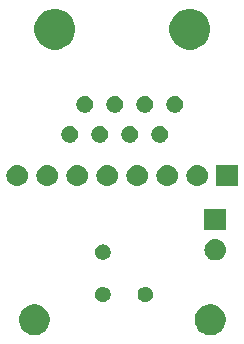
<source format=gbr>
G04 #@! TF.GenerationSoftware,KiCad,Pcbnew,(5.1.4)-1*
G04 #@! TF.CreationDate,2022-11-30T15:04:29+00:00*
G04 #@! TF.ProjectId,PIR_Board,5049525f-426f-4617-9264-2e6b69636164,rev?*
G04 #@! TF.SameCoordinates,Original*
G04 #@! TF.FileFunction,Soldermask,Top*
G04 #@! TF.FilePolarity,Negative*
%FSLAX46Y46*%
G04 Gerber Fmt 4.6, Leading zero omitted, Abs format (unit mm)*
G04 Created by KiCad (PCBNEW (5.1.4)-1) date 2022-11-30 15:04:29*
%MOMM*%
%LPD*%
G04 APERTURE LIST*
%ADD10C,0.100000*%
G04 APERTURE END LIST*
D10*
G36*
X65339987Y-85903996D02*
G01*
X65576753Y-86002068D01*
X65576755Y-86002069D01*
X65777118Y-86135947D01*
X65789839Y-86144447D01*
X65971053Y-86325661D01*
X66113432Y-86538747D01*
X66211504Y-86775513D01*
X66261500Y-87026861D01*
X66261500Y-87283139D01*
X66211504Y-87534487D01*
X66116953Y-87762753D01*
X66113431Y-87771255D01*
X65971053Y-87984339D01*
X65789839Y-88165553D01*
X65576755Y-88307931D01*
X65576754Y-88307932D01*
X65576753Y-88307932D01*
X65339987Y-88406004D01*
X65088639Y-88456000D01*
X64832361Y-88456000D01*
X64581013Y-88406004D01*
X64344247Y-88307932D01*
X64344246Y-88307932D01*
X64344245Y-88307931D01*
X64131161Y-88165553D01*
X63949947Y-87984339D01*
X63807569Y-87771255D01*
X63804047Y-87762753D01*
X63709496Y-87534487D01*
X63659500Y-87283139D01*
X63659500Y-87026861D01*
X63709496Y-86775513D01*
X63807568Y-86538747D01*
X63949947Y-86325661D01*
X64131161Y-86144447D01*
X64143882Y-86135947D01*
X64344245Y-86002069D01*
X64344247Y-86002068D01*
X64581013Y-85903996D01*
X64832361Y-85854000D01*
X65088639Y-85854000D01*
X65339987Y-85903996D01*
X65339987Y-85903996D01*
G37*
G36*
X80228987Y-85895496D02*
G01*
X80465753Y-85993568D01*
X80465755Y-85993569D01*
X80678839Y-86135947D01*
X80860053Y-86317161D01*
X80865733Y-86325661D01*
X81002432Y-86530247D01*
X81100504Y-86767013D01*
X81150500Y-87018361D01*
X81150500Y-87274639D01*
X81100504Y-87525987D01*
X81002432Y-87762753D01*
X81002431Y-87762755D01*
X80860053Y-87975839D01*
X80678839Y-88157053D01*
X80465755Y-88299431D01*
X80465754Y-88299432D01*
X80465753Y-88299432D01*
X80228987Y-88397504D01*
X79977639Y-88447500D01*
X79721361Y-88447500D01*
X79470013Y-88397504D01*
X79233247Y-88299432D01*
X79233246Y-88299432D01*
X79233245Y-88299431D01*
X79020161Y-88157053D01*
X78838947Y-87975839D01*
X78696569Y-87762755D01*
X78696568Y-87762753D01*
X78598496Y-87525987D01*
X78548500Y-87274639D01*
X78548500Y-87018361D01*
X78598496Y-86767013D01*
X78696568Y-86530247D01*
X78833268Y-86325661D01*
X78838947Y-86317161D01*
X79020161Y-86135947D01*
X79233245Y-85993569D01*
X79233247Y-85993568D01*
X79470013Y-85895496D01*
X79721361Y-85845500D01*
X79977639Y-85845500D01*
X80228987Y-85895496D01*
X80228987Y-85895496D01*
G37*
G36*
X74538890Y-84373017D02*
G01*
X74657364Y-84422091D01*
X74763988Y-84493335D01*
X74854665Y-84584012D01*
X74925909Y-84690636D01*
X74974983Y-84809110D01*
X75000000Y-84934882D01*
X75000000Y-85063118D01*
X74974983Y-85188890D01*
X74925909Y-85307364D01*
X74854665Y-85413988D01*
X74763988Y-85504665D01*
X74657364Y-85575909D01*
X74657363Y-85575910D01*
X74657362Y-85575910D01*
X74538890Y-85624983D01*
X74413119Y-85650000D01*
X74284881Y-85650000D01*
X74159110Y-85624983D01*
X74040638Y-85575910D01*
X74040637Y-85575910D01*
X74040636Y-85575909D01*
X73934012Y-85504665D01*
X73843335Y-85413988D01*
X73772091Y-85307364D01*
X73723017Y-85188890D01*
X73698000Y-85063118D01*
X73698000Y-84934882D01*
X73723017Y-84809110D01*
X73772091Y-84690636D01*
X73843335Y-84584012D01*
X73934012Y-84493335D01*
X74040636Y-84422091D01*
X74159110Y-84373017D01*
X74284881Y-84348000D01*
X74413119Y-84348000D01*
X74538890Y-84373017D01*
X74538890Y-84373017D01*
G37*
G36*
X70946890Y-84373017D02*
G01*
X71065364Y-84422091D01*
X71171988Y-84493335D01*
X71262665Y-84584012D01*
X71333909Y-84690636D01*
X71382983Y-84809110D01*
X71408000Y-84934882D01*
X71408000Y-85063118D01*
X71382983Y-85188890D01*
X71333909Y-85307364D01*
X71262665Y-85413988D01*
X71171988Y-85504665D01*
X71065364Y-85575909D01*
X71065363Y-85575910D01*
X71065362Y-85575910D01*
X70946890Y-85624983D01*
X70821119Y-85650000D01*
X70692881Y-85650000D01*
X70567110Y-85624983D01*
X70448638Y-85575910D01*
X70448637Y-85575910D01*
X70448636Y-85575909D01*
X70342012Y-85504665D01*
X70251335Y-85413988D01*
X70180091Y-85307364D01*
X70131017Y-85188890D01*
X70106000Y-85063118D01*
X70106000Y-84934882D01*
X70131017Y-84809110D01*
X70180091Y-84690636D01*
X70251335Y-84584012D01*
X70342012Y-84493335D01*
X70448636Y-84422091D01*
X70567110Y-84373017D01*
X70692881Y-84348000D01*
X70821119Y-84348000D01*
X70946890Y-84373017D01*
X70946890Y-84373017D01*
G37*
G36*
X80374442Y-80322018D02*
G01*
X80440627Y-80328537D01*
X80610466Y-80380057D01*
X80766991Y-80463722D01*
X80802729Y-80493052D01*
X80904186Y-80576314D01*
X80987448Y-80677771D01*
X81016778Y-80713509D01*
X81100443Y-80870034D01*
X81151963Y-81039873D01*
X81169359Y-81216500D01*
X81151963Y-81393127D01*
X81100443Y-81562966D01*
X81016778Y-81719491D01*
X80987448Y-81755229D01*
X80904186Y-81856686D01*
X80835974Y-81912665D01*
X80766991Y-81969278D01*
X80610466Y-82052943D01*
X80440627Y-82104463D01*
X80374442Y-82110982D01*
X80308260Y-82117500D01*
X80219740Y-82117500D01*
X80153558Y-82110982D01*
X80087373Y-82104463D01*
X79917534Y-82052943D01*
X79761009Y-81969278D01*
X79692026Y-81912665D01*
X79623814Y-81856686D01*
X79540552Y-81755229D01*
X79511222Y-81719491D01*
X79427557Y-81562966D01*
X79376037Y-81393127D01*
X79358641Y-81216500D01*
X79376037Y-81039873D01*
X79427557Y-80870034D01*
X79511222Y-80713509D01*
X79540552Y-80677771D01*
X79623814Y-80576314D01*
X79725271Y-80493052D01*
X79761009Y-80463722D01*
X79917534Y-80380057D01*
X80087373Y-80328537D01*
X80153558Y-80322018D01*
X80219740Y-80315500D01*
X80308260Y-80315500D01*
X80374442Y-80322018D01*
X80374442Y-80322018D01*
G37*
G36*
X70946890Y-80781017D02*
G01*
X71065364Y-80830091D01*
X71171988Y-80901335D01*
X71262665Y-80992012D01*
X71333909Y-81098636D01*
X71382983Y-81217110D01*
X71408000Y-81342882D01*
X71408000Y-81471118D01*
X71382983Y-81596890D01*
X71333909Y-81715364D01*
X71262665Y-81821988D01*
X71171988Y-81912665D01*
X71065364Y-81983909D01*
X71065363Y-81983910D01*
X71065362Y-81983910D01*
X70946890Y-82032983D01*
X70821119Y-82058000D01*
X70692881Y-82058000D01*
X70567110Y-82032983D01*
X70448638Y-81983910D01*
X70448637Y-81983910D01*
X70448636Y-81983909D01*
X70342012Y-81912665D01*
X70251335Y-81821988D01*
X70180091Y-81715364D01*
X70131017Y-81596890D01*
X70106000Y-81471118D01*
X70106000Y-81342882D01*
X70131017Y-81217110D01*
X70180091Y-81098636D01*
X70251335Y-80992012D01*
X70342012Y-80901335D01*
X70448636Y-80830091D01*
X70567110Y-80781017D01*
X70692881Y-80756000D01*
X70821119Y-80756000D01*
X70946890Y-80781017D01*
X70946890Y-80781017D01*
G37*
G36*
X81165000Y-79577500D02*
G01*
X79363000Y-79577500D01*
X79363000Y-77775500D01*
X81165000Y-77775500D01*
X81165000Y-79577500D01*
X81165000Y-79577500D01*
G37*
G36*
X76310442Y-74035518D02*
G01*
X76376627Y-74042037D01*
X76546466Y-74093557D01*
X76702991Y-74177222D01*
X76738729Y-74206552D01*
X76840186Y-74289814D01*
X76923448Y-74391271D01*
X76952778Y-74427009D01*
X77036443Y-74583534D01*
X77087963Y-74753373D01*
X77105359Y-74930000D01*
X77087963Y-75106627D01*
X77036443Y-75276466D01*
X76952778Y-75432991D01*
X76923448Y-75468729D01*
X76840186Y-75570186D01*
X76738729Y-75653448D01*
X76702991Y-75682778D01*
X76546466Y-75766443D01*
X76376627Y-75817963D01*
X76310442Y-75824482D01*
X76244260Y-75831000D01*
X76155740Y-75831000D01*
X76089558Y-75824482D01*
X76023373Y-75817963D01*
X75853534Y-75766443D01*
X75697009Y-75682778D01*
X75661271Y-75653448D01*
X75559814Y-75570186D01*
X75476552Y-75468729D01*
X75447222Y-75432991D01*
X75363557Y-75276466D01*
X75312037Y-75106627D01*
X75294641Y-74930000D01*
X75312037Y-74753373D01*
X75363557Y-74583534D01*
X75447222Y-74427009D01*
X75476552Y-74391271D01*
X75559814Y-74289814D01*
X75661271Y-74206552D01*
X75697009Y-74177222D01*
X75853534Y-74093557D01*
X76023373Y-74042037D01*
X76089558Y-74035518D01*
X76155740Y-74029000D01*
X76244260Y-74029000D01*
X76310442Y-74035518D01*
X76310442Y-74035518D01*
G37*
G36*
X82181000Y-75831000D02*
G01*
X80379000Y-75831000D01*
X80379000Y-74029000D01*
X82181000Y-74029000D01*
X82181000Y-75831000D01*
X82181000Y-75831000D01*
G37*
G36*
X78850442Y-74035518D02*
G01*
X78916627Y-74042037D01*
X79086466Y-74093557D01*
X79242991Y-74177222D01*
X79278729Y-74206552D01*
X79380186Y-74289814D01*
X79463448Y-74391271D01*
X79492778Y-74427009D01*
X79576443Y-74583534D01*
X79627963Y-74753373D01*
X79645359Y-74930000D01*
X79627963Y-75106627D01*
X79576443Y-75276466D01*
X79492778Y-75432991D01*
X79463448Y-75468729D01*
X79380186Y-75570186D01*
X79278729Y-75653448D01*
X79242991Y-75682778D01*
X79086466Y-75766443D01*
X78916627Y-75817963D01*
X78850442Y-75824482D01*
X78784260Y-75831000D01*
X78695740Y-75831000D01*
X78629558Y-75824482D01*
X78563373Y-75817963D01*
X78393534Y-75766443D01*
X78237009Y-75682778D01*
X78201271Y-75653448D01*
X78099814Y-75570186D01*
X78016552Y-75468729D01*
X77987222Y-75432991D01*
X77903557Y-75276466D01*
X77852037Y-75106627D01*
X77834641Y-74930000D01*
X77852037Y-74753373D01*
X77903557Y-74583534D01*
X77987222Y-74427009D01*
X78016552Y-74391271D01*
X78099814Y-74289814D01*
X78201271Y-74206552D01*
X78237009Y-74177222D01*
X78393534Y-74093557D01*
X78563373Y-74042037D01*
X78629558Y-74035518D01*
X78695740Y-74029000D01*
X78784260Y-74029000D01*
X78850442Y-74035518D01*
X78850442Y-74035518D01*
G37*
G36*
X63610442Y-74035518D02*
G01*
X63676627Y-74042037D01*
X63846466Y-74093557D01*
X64002991Y-74177222D01*
X64038729Y-74206552D01*
X64140186Y-74289814D01*
X64223448Y-74391271D01*
X64252778Y-74427009D01*
X64336443Y-74583534D01*
X64387963Y-74753373D01*
X64405359Y-74930000D01*
X64387963Y-75106627D01*
X64336443Y-75276466D01*
X64252778Y-75432991D01*
X64223448Y-75468729D01*
X64140186Y-75570186D01*
X64038729Y-75653448D01*
X64002991Y-75682778D01*
X63846466Y-75766443D01*
X63676627Y-75817963D01*
X63610442Y-75824482D01*
X63544260Y-75831000D01*
X63455740Y-75831000D01*
X63389558Y-75824482D01*
X63323373Y-75817963D01*
X63153534Y-75766443D01*
X62997009Y-75682778D01*
X62961271Y-75653448D01*
X62859814Y-75570186D01*
X62776552Y-75468729D01*
X62747222Y-75432991D01*
X62663557Y-75276466D01*
X62612037Y-75106627D01*
X62594641Y-74930000D01*
X62612037Y-74753373D01*
X62663557Y-74583534D01*
X62747222Y-74427009D01*
X62776552Y-74391271D01*
X62859814Y-74289814D01*
X62961271Y-74206552D01*
X62997009Y-74177222D01*
X63153534Y-74093557D01*
X63323373Y-74042037D01*
X63389558Y-74035518D01*
X63455740Y-74029000D01*
X63544260Y-74029000D01*
X63610442Y-74035518D01*
X63610442Y-74035518D01*
G37*
G36*
X66150442Y-74035518D02*
G01*
X66216627Y-74042037D01*
X66386466Y-74093557D01*
X66542991Y-74177222D01*
X66578729Y-74206552D01*
X66680186Y-74289814D01*
X66763448Y-74391271D01*
X66792778Y-74427009D01*
X66876443Y-74583534D01*
X66927963Y-74753373D01*
X66945359Y-74930000D01*
X66927963Y-75106627D01*
X66876443Y-75276466D01*
X66792778Y-75432991D01*
X66763448Y-75468729D01*
X66680186Y-75570186D01*
X66578729Y-75653448D01*
X66542991Y-75682778D01*
X66386466Y-75766443D01*
X66216627Y-75817963D01*
X66150442Y-75824482D01*
X66084260Y-75831000D01*
X65995740Y-75831000D01*
X65929558Y-75824482D01*
X65863373Y-75817963D01*
X65693534Y-75766443D01*
X65537009Y-75682778D01*
X65501271Y-75653448D01*
X65399814Y-75570186D01*
X65316552Y-75468729D01*
X65287222Y-75432991D01*
X65203557Y-75276466D01*
X65152037Y-75106627D01*
X65134641Y-74930000D01*
X65152037Y-74753373D01*
X65203557Y-74583534D01*
X65287222Y-74427009D01*
X65316552Y-74391271D01*
X65399814Y-74289814D01*
X65501271Y-74206552D01*
X65537009Y-74177222D01*
X65693534Y-74093557D01*
X65863373Y-74042037D01*
X65929558Y-74035518D01*
X65995740Y-74029000D01*
X66084260Y-74029000D01*
X66150442Y-74035518D01*
X66150442Y-74035518D01*
G37*
G36*
X68690442Y-74035518D02*
G01*
X68756627Y-74042037D01*
X68926466Y-74093557D01*
X69082991Y-74177222D01*
X69118729Y-74206552D01*
X69220186Y-74289814D01*
X69303448Y-74391271D01*
X69332778Y-74427009D01*
X69416443Y-74583534D01*
X69467963Y-74753373D01*
X69485359Y-74930000D01*
X69467963Y-75106627D01*
X69416443Y-75276466D01*
X69332778Y-75432991D01*
X69303448Y-75468729D01*
X69220186Y-75570186D01*
X69118729Y-75653448D01*
X69082991Y-75682778D01*
X68926466Y-75766443D01*
X68756627Y-75817963D01*
X68690442Y-75824482D01*
X68624260Y-75831000D01*
X68535740Y-75831000D01*
X68469558Y-75824482D01*
X68403373Y-75817963D01*
X68233534Y-75766443D01*
X68077009Y-75682778D01*
X68041271Y-75653448D01*
X67939814Y-75570186D01*
X67856552Y-75468729D01*
X67827222Y-75432991D01*
X67743557Y-75276466D01*
X67692037Y-75106627D01*
X67674641Y-74930000D01*
X67692037Y-74753373D01*
X67743557Y-74583534D01*
X67827222Y-74427009D01*
X67856552Y-74391271D01*
X67939814Y-74289814D01*
X68041271Y-74206552D01*
X68077009Y-74177222D01*
X68233534Y-74093557D01*
X68403373Y-74042037D01*
X68469558Y-74035518D01*
X68535740Y-74029000D01*
X68624260Y-74029000D01*
X68690442Y-74035518D01*
X68690442Y-74035518D01*
G37*
G36*
X71230442Y-74035518D02*
G01*
X71296627Y-74042037D01*
X71466466Y-74093557D01*
X71622991Y-74177222D01*
X71658729Y-74206552D01*
X71760186Y-74289814D01*
X71843448Y-74391271D01*
X71872778Y-74427009D01*
X71956443Y-74583534D01*
X72007963Y-74753373D01*
X72025359Y-74930000D01*
X72007963Y-75106627D01*
X71956443Y-75276466D01*
X71872778Y-75432991D01*
X71843448Y-75468729D01*
X71760186Y-75570186D01*
X71658729Y-75653448D01*
X71622991Y-75682778D01*
X71466466Y-75766443D01*
X71296627Y-75817963D01*
X71230442Y-75824482D01*
X71164260Y-75831000D01*
X71075740Y-75831000D01*
X71009558Y-75824482D01*
X70943373Y-75817963D01*
X70773534Y-75766443D01*
X70617009Y-75682778D01*
X70581271Y-75653448D01*
X70479814Y-75570186D01*
X70396552Y-75468729D01*
X70367222Y-75432991D01*
X70283557Y-75276466D01*
X70232037Y-75106627D01*
X70214641Y-74930000D01*
X70232037Y-74753373D01*
X70283557Y-74583534D01*
X70367222Y-74427009D01*
X70396552Y-74391271D01*
X70479814Y-74289814D01*
X70581271Y-74206552D01*
X70617009Y-74177222D01*
X70773534Y-74093557D01*
X70943373Y-74042037D01*
X71009558Y-74035518D01*
X71075740Y-74029000D01*
X71164260Y-74029000D01*
X71230442Y-74035518D01*
X71230442Y-74035518D01*
G37*
G36*
X73770442Y-74035518D02*
G01*
X73836627Y-74042037D01*
X74006466Y-74093557D01*
X74162991Y-74177222D01*
X74198729Y-74206552D01*
X74300186Y-74289814D01*
X74383448Y-74391271D01*
X74412778Y-74427009D01*
X74496443Y-74583534D01*
X74547963Y-74753373D01*
X74565359Y-74930000D01*
X74547963Y-75106627D01*
X74496443Y-75276466D01*
X74412778Y-75432991D01*
X74383448Y-75468729D01*
X74300186Y-75570186D01*
X74198729Y-75653448D01*
X74162991Y-75682778D01*
X74006466Y-75766443D01*
X73836627Y-75817963D01*
X73770442Y-75824482D01*
X73704260Y-75831000D01*
X73615740Y-75831000D01*
X73549558Y-75824482D01*
X73483373Y-75817963D01*
X73313534Y-75766443D01*
X73157009Y-75682778D01*
X73121271Y-75653448D01*
X73019814Y-75570186D01*
X72936552Y-75468729D01*
X72907222Y-75432991D01*
X72823557Y-75276466D01*
X72772037Y-75106627D01*
X72754641Y-74930000D01*
X72772037Y-74753373D01*
X72823557Y-74583534D01*
X72907222Y-74427009D01*
X72936552Y-74391271D01*
X73019814Y-74289814D01*
X73121271Y-74206552D01*
X73157009Y-74177222D01*
X73313534Y-74093557D01*
X73483373Y-74042037D01*
X73549558Y-74035518D01*
X73615740Y-74029000D01*
X73704260Y-74029000D01*
X73770442Y-74035518D01*
X73770442Y-74035518D01*
G37*
G36*
X75784911Y-70761996D02*
G01*
X75912760Y-70814953D01*
X76027815Y-70891830D01*
X76125670Y-70989685D01*
X76202547Y-71104740D01*
X76255504Y-71232589D01*
X76282500Y-71368308D01*
X76282500Y-71506692D01*
X76255504Y-71642411D01*
X76202547Y-71770260D01*
X76125670Y-71885315D01*
X76027815Y-71983170D01*
X75912760Y-72060047D01*
X75784911Y-72113004D01*
X75649192Y-72140000D01*
X75510808Y-72140000D01*
X75375089Y-72113004D01*
X75247240Y-72060047D01*
X75132185Y-71983170D01*
X75034330Y-71885315D01*
X74957453Y-71770260D01*
X74904496Y-71642411D01*
X74877500Y-71506692D01*
X74877500Y-71368308D01*
X74904496Y-71232589D01*
X74957453Y-71104740D01*
X75034330Y-70989685D01*
X75132185Y-70891830D01*
X75247240Y-70814953D01*
X75375089Y-70761996D01*
X75510808Y-70735000D01*
X75649192Y-70735000D01*
X75784911Y-70761996D01*
X75784911Y-70761996D01*
G37*
G36*
X73244911Y-70761996D02*
G01*
X73372760Y-70814953D01*
X73487815Y-70891830D01*
X73585670Y-70989685D01*
X73662547Y-71104740D01*
X73715504Y-71232589D01*
X73742500Y-71368308D01*
X73742500Y-71506692D01*
X73715504Y-71642411D01*
X73662547Y-71770260D01*
X73585670Y-71885315D01*
X73487815Y-71983170D01*
X73372760Y-72060047D01*
X73244911Y-72113004D01*
X73109192Y-72140000D01*
X72970808Y-72140000D01*
X72835089Y-72113004D01*
X72707240Y-72060047D01*
X72592185Y-71983170D01*
X72494330Y-71885315D01*
X72417453Y-71770260D01*
X72364496Y-71642411D01*
X72337500Y-71506692D01*
X72337500Y-71368308D01*
X72364496Y-71232589D01*
X72417453Y-71104740D01*
X72494330Y-70989685D01*
X72592185Y-70891830D01*
X72707240Y-70814953D01*
X72835089Y-70761996D01*
X72970808Y-70735000D01*
X73109192Y-70735000D01*
X73244911Y-70761996D01*
X73244911Y-70761996D01*
G37*
G36*
X70704911Y-70761996D02*
G01*
X70832760Y-70814953D01*
X70947815Y-70891830D01*
X71045670Y-70989685D01*
X71122547Y-71104740D01*
X71175504Y-71232589D01*
X71202500Y-71368308D01*
X71202500Y-71506692D01*
X71175504Y-71642411D01*
X71122547Y-71770260D01*
X71045670Y-71885315D01*
X70947815Y-71983170D01*
X70832760Y-72060047D01*
X70704911Y-72113004D01*
X70569192Y-72140000D01*
X70430808Y-72140000D01*
X70295089Y-72113004D01*
X70167240Y-72060047D01*
X70052185Y-71983170D01*
X69954330Y-71885315D01*
X69877453Y-71770260D01*
X69824496Y-71642411D01*
X69797500Y-71506692D01*
X69797500Y-71368308D01*
X69824496Y-71232589D01*
X69877453Y-71104740D01*
X69954330Y-70989685D01*
X70052185Y-70891830D01*
X70167240Y-70814953D01*
X70295089Y-70761996D01*
X70430808Y-70735000D01*
X70569192Y-70735000D01*
X70704911Y-70761996D01*
X70704911Y-70761996D01*
G37*
G36*
X68164911Y-70761996D02*
G01*
X68292760Y-70814953D01*
X68407815Y-70891830D01*
X68505670Y-70989685D01*
X68582547Y-71104740D01*
X68635504Y-71232589D01*
X68662500Y-71368308D01*
X68662500Y-71506692D01*
X68635504Y-71642411D01*
X68582547Y-71770260D01*
X68505670Y-71885315D01*
X68407815Y-71983170D01*
X68292760Y-72060047D01*
X68164911Y-72113004D01*
X68029192Y-72140000D01*
X67890808Y-72140000D01*
X67755089Y-72113004D01*
X67627240Y-72060047D01*
X67512185Y-71983170D01*
X67414330Y-71885315D01*
X67337453Y-71770260D01*
X67284496Y-71642411D01*
X67257500Y-71506692D01*
X67257500Y-71368308D01*
X67284496Y-71232589D01*
X67337453Y-71104740D01*
X67414330Y-70989685D01*
X67512185Y-70891830D01*
X67627240Y-70814953D01*
X67755089Y-70761996D01*
X67890808Y-70735000D01*
X68029192Y-70735000D01*
X68164911Y-70761996D01*
X68164911Y-70761996D01*
G37*
G36*
X74514911Y-68221996D02*
G01*
X74642760Y-68274953D01*
X74757815Y-68351830D01*
X74855670Y-68449685D01*
X74932547Y-68564740D01*
X74985504Y-68692589D01*
X75012500Y-68828308D01*
X75012500Y-68966692D01*
X74985504Y-69102411D01*
X74932547Y-69230260D01*
X74855670Y-69345315D01*
X74757815Y-69443170D01*
X74642760Y-69520047D01*
X74514911Y-69573004D01*
X74379192Y-69600000D01*
X74240808Y-69600000D01*
X74105089Y-69573004D01*
X73977240Y-69520047D01*
X73862185Y-69443170D01*
X73764330Y-69345315D01*
X73687453Y-69230260D01*
X73634496Y-69102411D01*
X73607500Y-68966692D01*
X73607500Y-68828308D01*
X73634496Y-68692589D01*
X73687453Y-68564740D01*
X73764330Y-68449685D01*
X73862185Y-68351830D01*
X73977240Y-68274953D01*
X74105089Y-68221996D01*
X74240808Y-68195000D01*
X74379192Y-68195000D01*
X74514911Y-68221996D01*
X74514911Y-68221996D01*
G37*
G36*
X77054911Y-68221996D02*
G01*
X77182760Y-68274953D01*
X77297815Y-68351830D01*
X77395670Y-68449685D01*
X77472547Y-68564740D01*
X77525504Y-68692589D01*
X77552500Y-68828308D01*
X77552500Y-68966692D01*
X77525504Y-69102411D01*
X77472547Y-69230260D01*
X77395670Y-69345315D01*
X77297815Y-69443170D01*
X77182760Y-69520047D01*
X77054911Y-69573004D01*
X76919192Y-69600000D01*
X76780808Y-69600000D01*
X76645089Y-69573004D01*
X76517240Y-69520047D01*
X76402185Y-69443170D01*
X76304330Y-69345315D01*
X76227453Y-69230260D01*
X76174496Y-69102411D01*
X76147500Y-68966692D01*
X76147500Y-68828308D01*
X76174496Y-68692589D01*
X76227453Y-68564740D01*
X76304330Y-68449685D01*
X76402185Y-68351830D01*
X76517240Y-68274953D01*
X76645089Y-68221996D01*
X76780808Y-68195000D01*
X76919192Y-68195000D01*
X77054911Y-68221996D01*
X77054911Y-68221996D01*
G37*
G36*
X71974911Y-68221996D02*
G01*
X72102760Y-68274953D01*
X72217815Y-68351830D01*
X72315670Y-68449685D01*
X72392547Y-68564740D01*
X72445504Y-68692589D01*
X72472500Y-68828308D01*
X72472500Y-68966692D01*
X72445504Y-69102411D01*
X72392547Y-69230260D01*
X72315670Y-69345315D01*
X72217815Y-69443170D01*
X72102760Y-69520047D01*
X71974911Y-69573004D01*
X71839192Y-69600000D01*
X71700808Y-69600000D01*
X71565089Y-69573004D01*
X71437240Y-69520047D01*
X71322185Y-69443170D01*
X71224330Y-69345315D01*
X71147453Y-69230260D01*
X71094496Y-69102411D01*
X71067500Y-68966692D01*
X71067500Y-68828308D01*
X71094496Y-68692589D01*
X71147453Y-68564740D01*
X71224330Y-68449685D01*
X71322185Y-68351830D01*
X71437240Y-68274953D01*
X71565089Y-68221996D01*
X71700808Y-68195000D01*
X71839192Y-68195000D01*
X71974911Y-68221996D01*
X71974911Y-68221996D01*
G37*
G36*
X69434911Y-68221996D02*
G01*
X69562760Y-68274953D01*
X69677815Y-68351830D01*
X69775670Y-68449685D01*
X69852547Y-68564740D01*
X69905504Y-68692589D01*
X69932500Y-68828308D01*
X69932500Y-68966692D01*
X69905504Y-69102411D01*
X69852547Y-69230260D01*
X69775670Y-69345315D01*
X69677815Y-69443170D01*
X69562760Y-69520047D01*
X69434911Y-69573004D01*
X69299192Y-69600000D01*
X69160808Y-69600000D01*
X69025089Y-69573004D01*
X68897240Y-69520047D01*
X68782185Y-69443170D01*
X68684330Y-69345315D01*
X68607453Y-69230260D01*
X68554496Y-69102411D01*
X68527500Y-68966692D01*
X68527500Y-68828308D01*
X68554496Y-68692589D01*
X68607453Y-68564740D01*
X68684330Y-68449685D01*
X68782185Y-68351830D01*
X68897240Y-68274953D01*
X69025089Y-68221996D01*
X69160808Y-68195000D01*
X69299192Y-68195000D01*
X69434911Y-68221996D01*
X69434911Y-68221996D01*
G37*
G36*
X78624454Y-60887829D02*
G01*
X78938566Y-61017938D01*
X79221260Y-61206828D01*
X79461672Y-61447240D01*
X79650562Y-61729934D01*
X79780671Y-62044046D01*
X79847000Y-62377503D01*
X79847000Y-62717497D01*
X79780671Y-63050954D01*
X79650562Y-63365066D01*
X79461672Y-63647760D01*
X79221260Y-63888172D01*
X78938566Y-64077062D01*
X78624454Y-64207171D01*
X78290997Y-64273500D01*
X77951003Y-64273500D01*
X77617546Y-64207171D01*
X77303434Y-64077062D01*
X77020740Y-63888172D01*
X76780328Y-63647760D01*
X76591438Y-63365066D01*
X76461329Y-63050954D01*
X76395000Y-62717497D01*
X76395000Y-62377503D01*
X76461329Y-62044046D01*
X76591438Y-61729934D01*
X76780328Y-61447240D01*
X77020740Y-61206828D01*
X77303434Y-61017938D01*
X77617546Y-60887829D01*
X77951003Y-60821500D01*
X78290997Y-60821500D01*
X78624454Y-60887829D01*
X78624454Y-60887829D01*
G37*
G36*
X67192454Y-60887829D02*
G01*
X67506566Y-61017938D01*
X67789260Y-61206828D01*
X68029672Y-61447240D01*
X68218562Y-61729934D01*
X68348671Y-62044046D01*
X68415000Y-62377503D01*
X68415000Y-62717497D01*
X68348671Y-63050954D01*
X68218562Y-63365066D01*
X68029672Y-63647760D01*
X67789260Y-63888172D01*
X67506566Y-64077062D01*
X67192454Y-64207171D01*
X66858997Y-64273500D01*
X66519003Y-64273500D01*
X66185546Y-64207171D01*
X65871434Y-64077062D01*
X65588740Y-63888172D01*
X65348328Y-63647760D01*
X65159438Y-63365066D01*
X65029329Y-63050954D01*
X64963000Y-62717497D01*
X64963000Y-62377503D01*
X65029329Y-62044046D01*
X65159438Y-61729934D01*
X65348328Y-61447240D01*
X65588740Y-61206828D01*
X65871434Y-61017938D01*
X66185546Y-60887829D01*
X66519003Y-60821500D01*
X66858997Y-60821500D01*
X67192454Y-60887829D01*
X67192454Y-60887829D01*
G37*
M02*

</source>
